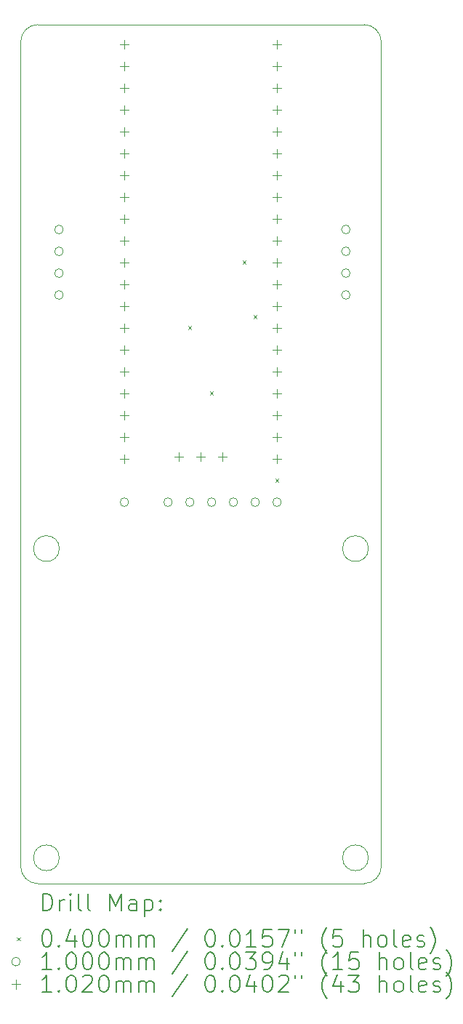
<source format=gbr>
%TF.GenerationSoftware,KiCad,Pcbnew,7.0.6-1.fc38*%
%TF.CreationDate,2023-07-24T16:31:10-04:00*%
%TF.ProjectId,driver-pcb,64726976-6572-42d7-9063-622e6b696361,rev?*%
%TF.SameCoordinates,Original*%
%TF.FileFunction,Drillmap*%
%TF.FilePolarity,Positive*%
%FSLAX45Y45*%
G04 Gerber Fmt 4.5, Leading zero omitted, Abs format (unit mm)*
G04 Created by KiCad (PCBNEW 7.0.6-1.fc38) date 2023-07-24 16:31:10*
%MOMM*%
%LPD*%
G01*
G04 APERTURE LIST*
%ADD10C,0.100000*%
%ADD11C,0.200000*%
%ADD12C,0.040000*%
%ADD13C,0.102000*%
G04 APERTURE END LIST*
D10*
X16000000Y-14600000D02*
G75*
G03*
X16200000Y-14400000I0J200000D01*
G01*
X12000000Y-14400000D02*
G75*
G03*
X12200000Y-14600000I200000J0D01*
G01*
X12200000Y-4600000D02*
G75*
G03*
X12000000Y-4800000I0J-200000D01*
G01*
X16200000Y-4800000D02*
G75*
G03*
X16000000Y-4600000I-200000J0D01*
G01*
X12200000Y-4600000D02*
X16000000Y-4600000D01*
X12000000Y-14400000D02*
X12000000Y-4800000D01*
X16000000Y-14600000D02*
X12200000Y-14600000D01*
X16200000Y-4800000D02*
X16200000Y-14400000D01*
X12450000Y-14300000D02*
G75*
G03*
X12450000Y-14300000I-150000J0D01*
G01*
X16050000Y-14300000D02*
G75*
G03*
X16050000Y-14300000I-150000J0D01*
G01*
X16050000Y-10700000D02*
G75*
G03*
X16050000Y-10700000I-150000J0D01*
G01*
X12450000Y-10700000D02*
G75*
G03*
X12450000Y-10700000I-150000J0D01*
G01*
D11*
D12*
X13950000Y-8108000D02*
X13990000Y-8148000D01*
X13990000Y-8108000D02*
X13950000Y-8148000D01*
X14204000Y-8870000D02*
X14244000Y-8910000D01*
X14244000Y-8870000D02*
X14204000Y-8910000D01*
X14585000Y-7346000D02*
X14625000Y-7386000D01*
X14625000Y-7346000D02*
X14585000Y-7386000D01*
X14712000Y-7981000D02*
X14752000Y-8021000D01*
X14752000Y-7981000D02*
X14712000Y-8021000D01*
X14966000Y-9886000D02*
X15006000Y-9926000D01*
X15006000Y-9886000D02*
X14966000Y-9926000D01*
D10*
X12496000Y-6986000D02*
G75*
G03*
X12496000Y-6986000I-50000J0D01*
G01*
X12496000Y-7240000D02*
G75*
G03*
X12496000Y-7240000I-50000J0D01*
G01*
X12496000Y-7494000D02*
G75*
G03*
X12496000Y-7494000I-50000J0D01*
G01*
X12496000Y-7748000D02*
G75*
G03*
X12496000Y-7748000I-50000J0D01*
G01*
X13258000Y-10160000D02*
G75*
G03*
X13258000Y-10160000I-50000J0D01*
G01*
X13766000Y-10160000D02*
G75*
G03*
X13766000Y-10160000I-50000J0D01*
G01*
X14020000Y-10160000D02*
G75*
G03*
X14020000Y-10160000I-50000J0D01*
G01*
X14274000Y-10160000D02*
G75*
G03*
X14274000Y-10160000I-50000J0D01*
G01*
X14528000Y-10160000D02*
G75*
G03*
X14528000Y-10160000I-50000J0D01*
G01*
X14782000Y-10160000D02*
G75*
G03*
X14782000Y-10160000I-50000J0D01*
G01*
X15036000Y-10160000D02*
G75*
G03*
X15036000Y-10160000I-50000J0D01*
G01*
X15837500Y-6985000D02*
G75*
G03*
X15837500Y-6985000I-50000J0D01*
G01*
X15837500Y-7239000D02*
G75*
G03*
X15837500Y-7239000I-50000J0D01*
G01*
X15837500Y-7493000D02*
G75*
G03*
X15837500Y-7493000I-50000J0D01*
G01*
X15837500Y-7747000D02*
G75*
G03*
X15837500Y-7747000I-50000J0D01*
G01*
D13*
X13208000Y-4775000D02*
X13208000Y-4877000D01*
X13157000Y-4826000D02*
X13259000Y-4826000D01*
X13208000Y-5029000D02*
X13208000Y-5131000D01*
X13157000Y-5080000D02*
X13259000Y-5080000D01*
X13208000Y-5283000D02*
X13208000Y-5385000D01*
X13157000Y-5334000D02*
X13259000Y-5334000D01*
X13208000Y-5537000D02*
X13208000Y-5639000D01*
X13157000Y-5588000D02*
X13259000Y-5588000D01*
X13208000Y-5791000D02*
X13208000Y-5893000D01*
X13157000Y-5842000D02*
X13259000Y-5842000D01*
X13208000Y-6045000D02*
X13208000Y-6147000D01*
X13157000Y-6096000D02*
X13259000Y-6096000D01*
X13208000Y-6299000D02*
X13208000Y-6401000D01*
X13157000Y-6350000D02*
X13259000Y-6350000D01*
X13208000Y-6553000D02*
X13208000Y-6655000D01*
X13157000Y-6604000D02*
X13259000Y-6604000D01*
X13208000Y-6807000D02*
X13208000Y-6909000D01*
X13157000Y-6858000D02*
X13259000Y-6858000D01*
X13208000Y-7061000D02*
X13208000Y-7163000D01*
X13157000Y-7112000D02*
X13259000Y-7112000D01*
X13208000Y-7315000D02*
X13208000Y-7417000D01*
X13157000Y-7366000D02*
X13259000Y-7366000D01*
X13208000Y-7569000D02*
X13208000Y-7671000D01*
X13157000Y-7620000D02*
X13259000Y-7620000D01*
X13208000Y-7823000D02*
X13208000Y-7925000D01*
X13157000Y-7874000D02*
X13259000Y-7874000D01*
X13208000Y-8077000D02*
X13208000Y-8179000D01*
X13157000Y-8128000D02*
X13259000Y-8128000D01*
X13208000Y-8331000D02*
X13208000Y-8433000D01*
X13157000Y-8382000D02*
X13259000Y-8382000D01*
X13208000Y-8585000D02*
X13208000Y-8687000D01*
X13157000Y-8636000D02*
X13259000Y-8636000D01*
X13208000Y-8839000D02*
X13208000Y-8941000D01*
X13157000Y-8890000D02*
X13259000Y-8890000D01*
X13208000Y-9093000D02*
X13208000Y-9195000D01*
X13157000Y-9144000D02*
X13259000Y-9144000D01*
X13208000Y-9347000D02*
X13208000Y-9449000D01*
X13157000Y-9398000D02*
X13259000Y-9398000D01*
X13208000Y-9601000D02*
X13208000Y-9703000D01*
X13157000Y-9652000D02*
X13259000Y-9652000D01*
X13843000Y-9578000D02*
X13843000Y-9680000D01*
X13792000Y-9629000D02*
X13894000Y-9629000D01*
X14097000Y-9578000D02*
X14097000Y-9680000D01*
X14046000Y-9629000D02*
X14148000Y-9629000D01*
X14351000Y-9578000D02*
X14351000Y-9680000D01*
X14300000Y-9629000D02*
X14402000Y-9629000D01*
X14986000Y-4775000D02*
X14986000Y-4877000D01*
X14935000Y-4826000D02*
X15037000Y-4826000D01*
X14986000Y-5029000D02*
X14986000Y-5131000D01*
X14935000Y-5080000D02*
X15037000Y-5080000D01*
X14986000Y-5283000D02*
X14986000Y-5385000D01*
X14935000Y-5334000D02*
X15037000Y-5334000D01*
X14986000Y-5537000D02*
X14986000Y-5639000D01*
X14935000Y-5588000D02*
X15037000Y-5588000D01*
X14986000Y-5791000D02*
X14986000Y-5893000D01*
X14935000Y-5842000D02*
X15037000Y-5842000D01*
X14986000Y-6045000D02*
X14986000Y-6147000D01*
X14935000Y-6096000D02*
X15037000Y-6096000D01*
X14986000Y-6299000D02*
X14986000Y-6401000D01*
X14935000Y-6350000D02*
X15037000Y-6350000D01*
X14986000Y-6553000D02*
X14986000Y-6655000D01*
X14935000Y-6604000D02*
X15037000Y-6604000D01*
X14986000Y-6807000D02*
X14986000Y-6909000D01*
X14935000Y-6858000D02*
X15037000Y-6858000D01*
X14986000Y-7061000D02*
X14986000Y-7163000D01*
X14935000Y-7112000D02*
X15037000Y-7112000D01*
X14986000Y-7315000D02*
X14986000Y-7417000D01*
X14935000Y-7366000D02*
X15037000Y-7366000D01*
X14986000Y-7569000D02*
X14986000Y-7671000D01*
X14935000Y-7620000D02*
X15037000Y-7620000D01*
X14986000Y-7823000D02*
X14986000Y-7925000D01*
X14935000Y-7874000D02*
X15037000Y-7874000D01*
X14986000Y-8077000D02*
X14986000Y-8179000D01*
X14935000Y-8128000D02*
X15037000Y-8128000D01*
X14986000Y-8331000D02*
X14986000Y-8433000D01*
X14935000Y-8382000D02*
X15037000Y-8382000D01*
X14986000Y-8585000D02*
X14986000Y-8687000D01*
X14935000Y-8636000D02*
X15037000Y-8636000D01*
X14986000Y-8839000D02*
X14986000Y-8941000D01*
X14935000Y-8890000D02*
X15037000Y-8890000D01*
X14986000Y-9093000D02*
X14986000Y-9195000D01*
X14935000Y-9144000D02*
X15037000Y-9144000D01*
X14986000Y-9347000D02*
X14986000Y-9449000D01*
X14935000Y-9398000D02*
X15037000Y-9398000D01*
X14986000Y-9601000D02*
X14986000Y-9703000D01*
X14935000Y-9652000D02*
X15037000Y-9652000D01*
D11*
X12255777Y-14916484D02*
X12255777Y-14716484D01*
X12255777Y-14716484D02*
X12303396Y-14716484D01*
X12303396Y-14716484D02*
X12331967Y-14726008D01*
X12331967Y-14726008D02*
X12351015Y-14745055D01*
X12351015Y-14745055D02*
X12360539Y-14764103D01*
X12360539Y-14764103D02*
X12370062Y-14802198D01*
X12370062Y-14802198D02*
X12370062Y-14830769D01*
X12370062Y-14830769D02*
X12360539Y-14868865D01*
X12360539Y-14868865D02*
X12351015Y-14887912D01*
X12351015Y-14887912D02*
X12331967Y-14906960D01*
X12331967Y-14906960D02*
X12303396Y-14916484D01*
X12303396Y-14916484D02*
X12255777Y-14916484D01*
X12455777Y-14916484D02*
X12455777Y-14783150D01*
X12455777Y-14821246D02*
X12465301Y-14802198D01*
X12465301Y-14802198D02*
X12474824Y-14792674D01*
X12474824Y-14792674D02*
X12493872Y-14783150D01*
X12493872Y-14783150D02*
X12512920Y-14783150D01*
X12579586Y-14916484D02*
X12579586Y-14783150D01*
X12579586Y-14716484D02*
X12570062Y-14726008D01*
X12570062Y-14726008D02*
X12579586Y-14735531D01*
X12579586Y-14735531D02*
X12589110Y-14726008D01*
X12589110Y-14726008D02*
X12579586Y-14716484D01*
X12579586Y-14716484D02*
X12579586Y-14735531D01*
X12703396Y-14916484D02*
X12684348Y-14906960D01*
X12684348Y-14906960D02*
X12674824Y-14887912D01*
X12674824Y-14887912D02*
X12674824Y-14716484D01*
X12808158Y-14916484D02*
X12789110Y-14906960D01*
X12789110Y-14906960D02*
X12779586Y-14887912D01*
X12779586Y-14887912D02*
X12779586Y-14716484D01*
X13036729Y-14916484D02*
X13036729Y-14716484D01*
X13036729Y-14716484D02*
X13103396Y-14859341D01*
X13103396Y-14859341D02*
X13170062Y-14716484D01*
X13170062Y-14716484D02*
X13170062Y-14916484D01*
X13351015Y-14916484D02*
X13351015Y-14811722D01*
X13351015Y-14811722D02*
X13341491Y-14792674D01*
X13341491Y-14792674D02*
X13322443Y-14783150D01*
X13322443Y-14783150D02*
X13284348Y-14783150D01*
X13284348Y-14783150D02*
X13265301Y-14792674D01*
X13351015Y-14906960D02*
X13331967Y-14916484D01*
X13331967Y-14916484D02*
X13284348Y-14916484D01*
X13284348Y-14916484D02*
X13265301Y-14906960D01*
X13265301Y-14906960D02*
X13255777Y-14887912D01*
X13255777Y-14887912D02*
X13255777Y-14868865D01*
X13255777Y-14868865D02*
X13265301Y-14849817D01*
X13265301Y-14849817D02*
X13284348Y-14840293D01*
X13284348Y-14840293D02*
X13331967Y-14840293D01*
X13331967Y-14840293D02*
X13351015Y-14830769D01*
X13446253Y-14783150D02*
X13446253Y-14983150D01*
X13446253Y-14792674D02*
X13465301Y-14783150D01*
X13465301Y-14783150D02*
X13503396Y-14783150D01*
X13503396Y-14783150D02*
X13522443Y-14792674D01*
X13522443Y-14792674D02*
X13531967Y-14802198D01*
X13531967Y-14802198D02*
X13541491Y-14821246D01*
X13541491Y-14821246D02*
X13541491Y-14878388D01*
X13541491Y-14878388D02*
X13531967Y-14897436D01*
X13531967Y-14897436D02*
X13522443Y-14906960D01*
X13522443Y-14906960D02*
X13503396Y-14916484D01*
X13503396Y-14916484D02*
X13465301Y-14916484D01*
X13465301Y-14916484D02*
X13446253Y-14906960D01*
X13627205Y-14897436D02*
X13636729Y-14906960D01*
X13636729Y-14906960D02*
X13627205Y-14916484D01*
X13627205Y-14916484D02*
X13617682Y-14906960D01*
X13617682Y-14906960D02*
X13627205Y-14897436D01*
X13627205Y-14897436D02*
X13627205Y-14916484D01*
X13627205Y-14792674D02*
X13636729Y-14802198D01*
X13636729Y-14802198D02*
X13627205Y-14811722D01*
X13627205Y-14811722D02*
X13617682Y-14802198D01*
X13617682Y-14802198D02*
X13627205Y-14792674D01*
X13627205Y-14792674D02*
X13627205Y-14811722D01*
D12*
X11955000Y-15225000D02*
X11995000Y-15265000D01*
X11995000Y-15225000D02*
X11955000Y-15265000D01*
D11*
X12293872Y-15136484D02*
X12312920Y-15136484D01*
X12312920Y-15136484D02*
X12331967Y-15146008D01*
X12331967Y-15146008D02*
X12341491Y-15155531D01*
X12341491Y-15155531D02*
X12351015Y-15174579D01*
X12351015Y-15174579D02*
X12360539Y-15212674D01*
X12360539Y-15212674D02*
X12360539Y-15260293D01*
X12360539Y-15260293D02*
X12351015Y-15298388D01*
X12351015Y-15298388D02*
X12341491Y-15317436D01*
X12341491Y-15317436D02*
X12331967Y-15326960D01*
X12331967Y-15326960D02*
X12312920Y-15336484D01*
X12312920Y-15336484D02*
X12293872Y-15336484D01*
X12293872Y-15336484D02*
X12274824Y-15326960D01*
X12274824Y-15326960D02*
X12265301Y-15317436D01*
X12265301Y-15317436D02*
X12255777Y-15298388D01*
X12255777Y-15298388D02*
X12246253Y-15260293D01*
X12246253Y-15260293D02*
X12246253Y-15212674D01*
X12246253Y-15212674D02*
X12255777Y-15174579D01*
X12255777Y-15174579D02*
X12265301Y-15155531D01*
X12265301Y-15155531D02*
X12274824Y-15146008D01*
X12274824Y-15146008D02*
X12293872Y-15136484D01*
X12446253Y-15317436D02*
X12455777Y-15326960D01*
X12455777Y-15326960D02*
X12446253Y-15336484D01*
X12446253Y-15336484D02*
X12436729Y-15326960D01*
X12436729Y-15326960D02*
X12446253Y-15317436D01*
X12446253Y-15317436D02*
X12446253Y-15336484D01*
X12627205Y-15203150D02*
X12627205Y-15336484D01*
X12579586Y-15126960D02*
X12531967Y-15269817D01*
X12531967Y-15269817D02*
X12655777Y-15269817D01*
X12770062Y-15136484D02*
X12789110Y-15136484D01*
X12789110Y-15136484D02*
X12808158Y-15146008D01*
X12808158Y-15146008D02*
X12817682Y-15155531D01*
X12817682Y-15155531D02*
X12827205Y-15174579D01*
X12827205Y-15174579D02*
X12836729Y-15212674D01*
X12836729Y-15212674D02*
X12836729Y-15260293D01*
X12836729Y-15260293D02*
X12827205Y-15298388D01*
X12827205Y-15298388D02*
X12817682Y-15317436D01*
X12817682Y-15317436D02*
X12808158Y-15326960D01*
X12808158Y-15326960D02*
X12789110Y-15336484D01*
X12789110Y-15336484D02*
X12770062Y-15336484D01*
X12770062Y-15336484D02*
X12751015Y-15326960D01*
X12751015Y-15326960D02*
X12741491Y-15317436D01*
X12741491Y-15317436D02*
X12731967Y-15298388D01*
X12731967Y-15298388D02*
X12722443Y-15260293D01*
X12722443Y-15260293D02*
X12722443Y-15212674D01*
X12722443Y-15212674D02*
X12731967Y-15174579D01*
X12731967Y-15174579D02*
X12741491Y-15155531D01*
X12741491Y-15155531D02*
X12751015Y-15146008D01*
X12751015Y-15146008D02*
X12770062Y-15136484D01*
X12960539Y-15136484D02*
X12979586Y-15136484D01*
X12979586Y-15136484D02*
X12998634Y-15146008D01*
X12998634Y-15146008D02*
X13008158Y-15155531D01*
X13008158Y-15155531D02*
X13017682Y-15174579D01*
X13017682Y-15174579D02*
X13027205Y-15212674D01*
X13027205Y-15212674D02*
X13027205Y-15260293D01*
X13027205Y-15260293D02*
X13017682Y-15298388D01*
X13017682Y-15298388D02*
X13008158Y-15317436D01*
X13008158Y-15317436D02*
X12998634Y-15326960D01*
X12998634Y-15326960D02*
X12979586Y-15336484D01*
X12979586Y-15336484D02*
X12960539Y-15336484D01*
X12960539Y-15336484D02*
X12941491Y-15326960D01*
X12941491Y-15326960D02*
X12931967Y-15317436D01*
X12931967Y-15317436D02*
X12922443Y-15298388D01*
X12922443Y-15298388D02*
X12912920Y-15260293D01*
X12912920Y-15260293D02*
X12912920Y-15212674D01*
X12912920Y-15212674D02*
X12922443Y-15174579D01*
X12922443Y-15174579D02*
X12931967Y-15155531D01*
X12931967Y-15155531D02*
X12941491Y-15146008D01*
X12941491Y-15146008D02*
X12960539Y-15136484D01*
X13112920Y-15336484D02*
X13112920Y-15203150D01*
X13112920Y-15222198D02*
X13122443Y-15212674D01*
X13122443Y-15212674D02*
X13141491Y-15203150D01*
X13141491Y-15203150D02*
X13170063Y-15203150D01*
X13170063Y-15203150D02*
X13189110Y-15212674D01*
X13189110Y-15212674D02*
X13198634Y-15231722D01*
X13198634Y-15231722D02*
X13198634Y-15336484D01*
X13198634Y-15231722D02*
X13208158Y-15212674D01*
X13208158Y-15212674D02*
X13227205Y-15203150D01*
X13227205Y-15203150D02*
X13255777Y-15203150D01*
X13255777Y-15203150D02*
X13274824Y-15212674D01*
X13274824Y-15212674D02*
X13284348Y-15231722D01*
X13284348Y-15231722D02*
X13284348Y-15336484D01*
X13379586Y-15336484D02*
X13379586Y-15203150D01*
X13379586Y-15222198D02*
X13389110Y-15212674D01*
X13389110Y-15212674D02*
X13408158Y-15203150D01*
X13408158Y-15203150D02*
X13436729Y-15203150D01*
X13436729Y-15203150D02*
X13455777Y-15212674D01*
X13455777Y-15212674D02*
X13465301Y-15231722D01*
X13465301Y-15231722D02*
X13465301Y-15336484D01*
X13465301Y-15231722D02*
X13474824Y-15212674D01*
X13474824Y-15212674D02*
X13493872Y-15203150D01*
X13493872Y-15203150D02*
X13522443Y-15203150D01*
X13522443Y-15203150D02*
X13541491Y-15212674D01*
X13541491Y-15212674D02*
X13551015Y-15231722D01*
X13551015Y-15231722D02*
X13551015Y-15336484D01*
X13941491Y-15126960D02*
X13770063Y-15384103D01*
X14198634Y-15136484D02*
X14217682Y-15136484D01*
X14217682Y-15136484D02*
X14236729Y-15146008D01*
X14236729Y-15146008D02*
X14246253Y-15155531D01*
X14246253Y-15155531D02*
X14255777Y-15174579D01*
X14255777Y-15174579D02*
X14265301Y-15212674D01*
X14265301Y-15212674D02*
X14265301Y-15260293D01*
X14265301Y-15260293D02*
X14255777Y-15298388D01*
X14255777Y-15298388D02*
X14246253Y-15317436D01*
X14246253Y-15317436D02*
X14236729Y-15326960D01*
X14236729Y-15326960D02*
X14217682Y-15336484D01*
X14217682Y-15336484D02*
X14198634Y-15336484D01*
X14198634Y-15336484D02*
X14179586Y-15326960D01*
X14179586Y-15326960D02*
X14170063Y-15317436D01*
X14170063Y-15317436D02*
X14160539Y-15298388D01*
X14160539Y-15298388D02*
X14151015Y-15260293D01*
X14151015Y-15260293D02*
X14151015Y-15212674D01*
X14151015Y-15212674D02*
X14160539Y-15174579D01*
X14160539Y-15174579D02*
X14170063Y-15155531D01*
X14170063Y-15155531D02*
X14179586Y-15146008D01*
X14179586Y-15146008D02*
X14198634Y-15136484D01*
X14351015Y-15317436D02*
X14360539Y-15326960D01*
X14360539Y-15326960D02*
X14351015Y-15336484D01*
X14351015Y-15336484D02*
X14341491Y-15326960D01*
X14341491Y-15326960D02*
X14351015Y-15317436D01*
X14351015Y-15317436D02*
X14351015Y-15336484D01*
X14484348Y-15136484D02*
X14503396Y-15136484D01*
X14503396Y-15136484D02*
X14522444Y-15146008D01*
X14522444Y-15146008D02*
X14531967Y-15155531D01*
X14531967Y-15155531D02*
X14541491Y-15174579D01*
X14541491Y-15174579D02*
X14551015Y-15212674D01*
X14551015Y-15212674D02*
X14551015Y-15260293D01*
X14551015Y-15260293D02*
X14541491Y-15298388D01*
X14541491Y-15298388D02*
X14531967Y-15317436D01*
X14531967Y-15317436D02*
X14522444Y-15326960D01*
X14522444Y-15326960D02*
X14503396Y-15336484D01*
X14503396Y-15336484D02*
X14484348Y-15336484D01*
X14484348Y-15336484D02*
X14465301Y-15326960D01*
X14465301Y-15326960D02*
X14455777Y-15317436D01*
X14455777Y-15317436D02*
X14446253Y-15298388D01*
X14446253Y-15298388D02*
X14436729Y-15260293D01*
X14436729Y-15260293D02*
X14436729Y-15212674D01*
X14436729Y-15212674D02*
X14446253Y-15174579D01*
X14446253Y-15174579D02*
X14455777Y-15155531D01*
X14455777Y-15155531D02*
X14465301Y-15146008D01*
X14465301Y-15146008D02*
X14484348Y-15136484D01*
X14741491Y-15336484D02*
X14627206Y-15336484D01*
X14684348Y-15336484D02*
X14684348Y-15136484D01*
X14684348Y-15136484D02*
X14665301Y-15165055D01*
X14665301Y-15165055D02*
X14646253Y-15184103D01*
X14646253Y-15184103D02*
X14627206Y-15193627D01*
X14922444Y-15136484D02*
X14827206Y-15136484D01*
X14827206Y-15136484D02*
X14817682Y-15231722D01*
X14817682Y-15231722D02*
X14827206Y-15222198D01*
X14827206Y-15222198D02*
X14846253Y-15212674D01*
X14846253Y-15212674D02*
X14893872Y-15212674D01*
X14893872Y-15212674D02*
X14912920Y-15222198D01*
X14912920Y-15222198D02*
X14922444Y-15231722D01*
X14922444Y-15231722D02*
X14931967Y-15250769D01*
X14931967Y-15250769D02*
X14931967Y-15298388D01*
X14931967Y-15298388D02*
X14922444Y-15317436D01*
X14922444Y-15317436D02*
X14912920Y-15326960D01*
X14912920Y-15326960D02*
X14893872Y-15336484D01*
X14893872Y-15336484D02*
X14846253Y-15336484D01*
X14846253Y-15336484D02*
X14827206Y-15326960D01*
X14827206Y-15326960D02*
X14817682Y-15317436D01*
X14998634Y-15136484D02*
X15131967Y-15136484D01*
X15131967Y-15136484D02*
X15046253Y-15336484D01*
X15198634Y-15136484D02*
X15198634Y-15174579D01*
X15274825Y-15136484D02*
X15274825Y-15174579D01*
X15570063Y-15412674D02*
X15560539Y-15403150D01*
X15560539Y-15403150D02*
X15541491Y-15374579D01*
X15541491Y-15374579D02*
X15531968Y-15355531D01*
X15531968Y-15355531D02*
X15522444Y-15326960D01*
X15522444Y-15326960D02*
X15512920Y-15279341D01*
X15512920Y-15279341D02*
X15512920Y-15241246D01*
X15512920Y-15241246D02*
X15522444Y-15193627D01*
X15522444Y-15193627D02*
X15531968Y-15165055D01*
X15531968Y-15165055D02*
X15541491Y-15146008D01*
X15541491Y-15146008D02*
X15560539Y-15117436D01*
X15560539Y-15117436D02*
X15570063Y-15107912D01*
X15741491Y-15136484D02*
X15646253Y-15136484D01*
X15646253Y-15136484D02*
X15636729Y-15231722D01*
X15636729Y-15231722D02*
X15646253Y-15222198D01*
X15646253Y-15222198D02*
X15665301Y-15212674D01*
X15665301Y-15212674D02*
X15712920Y-15212674D01*
X15712920Y-15212674D02*
X15731968Y-15222198D01*
X15731968Y-15222198D02*
X15741491Y-15231722D01*
X15741491Y-15231722D02*
X15751015Y-15250769D01*
X15751015Y-15250769D02*
X15751015Y-15298388D01*
X15751015Y-15298388D02*
X15741491Y-15317436D01*
X15741491Y-15317436D02*
X15731968Y-15326960D01*
X15731968Y-15326960D02*
X15712920Y-15336484D01*
X15712920Y-15336484D02*
X15665301Y-15336484D01*
X15665301Y-15336484D02*
X15646253Y-15326960D01*
X15646253Y-15326960D02*
X15636729Y-15317436D01*
X15989110Y-15336484D02*
X15989110Y-15136484D01*
X16074825Y-15336484D02*
X16074825Y-15231722D01*
X16074825Y-15231722D02*
X16065301Y-15212674D01*
X16065301Y-15212674D02*
X16046253Y-15203150D01*
X16046253Y-15203150D02*
X16017682Y-15203150D01*
X16017682Y-15203150D02*
X15998634Y-15212674D01*
X15998634Y-15212674D02*
X15989110Y-15222198D01*
X16198634Y-15336484D02*
X16179587Y-15326960D01*
X16179587Y-15326960D02*
X16170063Y-15317436D01*
X16170063Y-15317436D02*
X16160539Y-15298388D01*
X16160539Y-15298388D02*
X16160539Y-15241246D01*
X16160539Y-15241246D02*
X16170063Y-15222198D01*
X16170063Y-15222198D02*
X16179587Y-15212674D01*
X16179587Y-15212674D02*
X16198634Y-15203150D01*
X16198634Y-15203150D02*
X16227206Y-15203150D01*
X16227206Y-15203150D02*
X16246253Y-15212674D01*
X16246253Y-15212674D02*
X16255777Y-15222198D01*
X16255777Y-15222198D02*
X16265301Y-15241246D01*
X16265301Y-15241246D02*
X16265301Y-15298388D01*
X16265301Y-15298388D02*
X16255777Y-15317436D01*
X16255777Y-15317436D02*
X16246253Y-15326960D01*
X16246253Y-15326960D02*
X16227206Y-15336484D01*
X16227206Y-15336484D02*
X16198634Y-15336484D01*
X16379587Y-15336484D02*
X16360539Y-15326960D01*
X16360539Y-15326960D02*
X16351015Y-15307912D01*
X16351015Y-15307912D02*
X16351015Y-15136484D01*
X16531968Y-15326960D02*
X16512920Y-15336484D01*
X16512920Y-15336484D02*
X16474825Y-15336484D01*
X16474825Y-15336484D02*
X16455777Y-15326960D01*
X16455777Y-15326960D02*
X16446253Y-15307912D01*
X16446253Y-15307912D02*
X16446253Y-15231722D01*
X16446253Y-15231722D02*
X16455777Y-15212674D01*
X16455777Y-15212674D02*
X16474825Y-15203150D01*
X16474825Y-15203150D02*
X16512920Y-15203150D01*
X16512920Y-15203150D02*
X16531968Y-15212674D01*
X16531968Y-15212674D02*
X16541491Y-15231722D01*
X16541491Y-15231722D02*
X16541491Y-15250769D01*
X16541491Y-15250769D02*
X16446253Y-15269817D01*
X16617682Y-15326960D02*
X16636730Y-15336484D01*
X16636730Y-15336484D02*
X16674825Y-15336484D01*
X16674825Y-15336484D02*
X16693872Y-15326960D01*
X16693872Y-15326960D02*
X16703396Y-15307912D01*
X16703396Y-15307912D02*
X16703396Y-15298388D01*
X16703396Y-15298388D02*
X16693872Y-15279341D01*
X16693872Y-15279341D02*
X16674825Y-15269817D01*
X16674825Y-15269817D02*
X16646253Y-15269817D01*
X16646253Y-15269817D02*
X16627206Y-15260293D01*
X16627206Y-15260293D02*
X16617682Y-15241246D01*
X16617682Y-15241246D02*
X16617682Y-15231722D01*
X16617682Y-15231722D02*
X16627206Y-15212674D01*
X16627206Y-15212674D02*
X16646253Y-15203150D01*
X16646253Y-15203150D02*
X16674825Y-15203150D01*
X16674825Y-15203150D02*
X16693872Y-15212674D01*
X16770063Y-15412674D02*
X16779587Y-15403150D01*
X16779587Y-15403150D02*
X16798634Y-15374579D01*
X16798634Y-15374579D02*
X16808158Y-15355531D01*
X16808158Y-15355531D02*
X16817682Y-15326960D01*
X16817682Y-15326960D02*
X16827206Y-15279341D01*
X16827206Y-15279341D02*
X16827206Y-15241246D01*
X16827206Y-15241246D02*
X16817682Y-15193627D01*
X16817682Y-15193627D02*
X16808158Y-15165055D01*
X16808158Y-15165055D02*
X16798634Y-15146008D01*
X16798634Y-15146008D02*
X16779587Y-15117436D01*
X16779587Y-15117436D02*
X16770063Y-15107912D01*
D10*
X11995000Y-15509000D02*
G75*
G03*
X11995000Y-15509000I-50000J0D01*
G01*
D11*
X12360539Y-15600484D02*
X12246253Y-15600484D01*
X12303396Y-15600484D02*
X12303396Y-15400484D01*
X12303396Y-15400484D02*
X12284348Y-15429055D01*
X12284348Y-15429055D02*
X12265301Y-15448103D01*
X12265301Y-15448103D02*
X12246253Y-15457627D01*
X12446253Y-15581436D02*
X12455777Y-15590960D01*
X12455777Y-15590960D02*
X12446253Y-15600484D01*
X12446253Y-15600484D02*
X12436729Y-15590960D01*
X12436729Y-15590960D02*
X12446253Y-15581436D01*
X12446253Y-15581436D02*
X12446253Y-15600484D01*
X12579586Y-15400484D02*
X12598634Y-15400484D01*
X12598634Y-15400484D02*
X12617682Y-15410008D01*
X12617682Y-15410008D02*
X12627205Y-15419531D01*
X12627205Y-15419531D02*
X12636729Y-15438579D01*
X12636729Y-15438579D02*
X12646253Y-15476674D01*
X12646253Y-15476674D02*
X12646253Y-15524293D01*
X12646253Y-15524293D02*
X12636729Y-15562388D01*
X12636729Y-15562388D02*
X12627205Y-15581436D01*
X12627205Y-15581436D02*
X12617682Y-15590960D01*
X12617682Y-15590960D02*
X12598634Y-15600484D01*
X12598634Y-15600484D02*
X12579586Y-15600484D01*
X12579586Y-15600484D02*
X12560539Y-15590960D01*
X12560539Y-15590960D02*
X12551015Y-15581436D01*
X12551015Y-15581436D02*
X12541491Y-15562388D01*
X12541491Y-15562388D02*
X12531967Y-15524293D01*
X12531967Y-15524293D02*
X12531967Y-15476674D01*
X12531967Y-15476674D02*
X12541491Y-15438579D01*
X12541491Y-15438579D02*
X12551015Y-15419531D01*
X12551015Y-15419531D02*
X12560539Y-15410008D01*
X12560539Y-15410008D02*
X12579586Y-15400484D01*
X12770062Y-15400484D02*
X12789110Y-15400484D01*
X12789110Y-15400484D02*
X12808158Y-15410008D01*
X12808158Y-15410008D02*
X12817682Y-15419531D01*
X12817682Y-15419531D02*
X12827205Y-15438579D01*
X12827205Y-15438579D02*
X12836729Y-15476674D01*
X12836729Y-15476674D02*
X12836729Y-15524293D01*
X12836729Y-15524293D02*
X12827205Y-15562388D01*
X12827205Y-15562388D02*
X12817682Y-15581436D01*
X12817682Y-15581436D02*
X12808158Y-15590960D01*
X12808158Y-15590960D02*
X12789110Y-15600484D01*
X12789110Y-15600484D02*
X12770062Y-15600484D01*
X12770062Y-15600484D02*
X12751015Y-15590960D01*
X12751015Y-15590960D02*
X12741491Y-15581436D01*
X12741491Y-15581436D02*
X12731967Y-15562388D01*
X12731967Y-15562388D02*
X12722443Y-15524293D01*
X12722443Y-15524293D02*
X12722443Y-15476674D01*
X12722443Y-15476674D02*
X12731967Y-15438579D01*
X12731967Y-15438579D02*
X12741491Y-15419531D01*
X12741491Y-15419531D02*
X12751015Y-15410008D01*
X12751015Y-15410008D02*
X12770062Y-15400484D01*
X12960539Y-15400484D02*
X12979586Y-15400484D01*
X12979586Y-15400484D02*
X12998634Y-15410008D01*
X12998634Y-15410008D02*
X13008158Y-15419531D01*
X13008158Y-15419531D02*
X13017682Y-15438579D01*
X13017682Y-15438579D02*
X13027205Y-15476674D01*
X13027205Y-15476674D02*
X13027205Y-15524293D01*
X13027205Y-15524293D02*
X13017682Y-15562388D01*
X13017682Y-15562388D02*
X13008158Y-15581436D01*
X13008158Y-15581436D02*
X12998634Y-15590960D01*
X12998634Y-15590960D02*
X12979586Y-15600484D01*
X12979586Y-15600484D02*
X12960539Y-15600484D01*
X12960539Y-15600484D02*
X12941491Y-15590960D01*
X12941491Y-15590960D02*
X12931967Y-15581436D01*
X12931967Y-15581436D02*
X12922443Y-15562388D01*
X12922443Y-15562388D02*
X12912920Y-15524293D01*
X12912920Y-15524293D02*
X12912920Y-15476674D01*
X12912920Y-15476674D02*
X12922443Y-15438579D01*
X12922443Y-15438579D02*
X12931967Y-15419531D01*
X12931967Y-15419531D02*
X12941491Y-15410008D01*
X12941491Y-15410008D02*
X12960539Y-15400484D01*
X13112920Y-15600484D02*
X13112920Y-15467150D01*
X13112920Y-15486198D02*
X13122443Y-15476674D01*
X13122443Y-15476674D02*
X13141491Y-15467150D01*
X13141491Y-15467150D02*
X13170063Y-15467150D01*
X13170063Y-15467150D02*
X13189110Y-15476674D01*
X13189110Y-15476674D02*
X13198634Y-15495722D01*
X13198634Y-15495722D02*
X13198634Y-15600484D01*
X13198634Y-15495722D02*
X13208158Y-15476674D01*
X13208158Y-15476674D02*
X13227205Y-15467150D01*
X13227205Y-15467150D02*
X13255777Y-15467150D01*
X13255777Y-15467150D02*
X13274824Y-15476674D01*
X13274824Y-15476674D02*
X13284348Y-15495722D01*
X13284348Y-15495722D02*
X13284348Y-15600484D01*
X13379586Y-15600484D02*
X13379586Y-15467150D01*
X13379586Y-15486198D02*
X13389110Y-15476674D01*
X13389110Y-15476674D02*
X13408158Y-15467150D01*
X13408158Y-15467150D02*
X13436729Y-15467150D01*
X13436729Y-15467150D02*
X13455777Y-15476674D01*
X13455777Y-15476674D02*
X13465301Y-15495722D01*
X13465301Y-15495722D02*
X13465301Y-15600484D01*
X13465301Y-15495722D02*
X13474824Y-15476674D01*
X13474824Y-15476674D02*
X13493872Y-15467150D01*
X13493872Y-15467150D02*
X13522443Y-15467150D01*
X13522443Y-15467150D02*
X13541491Y-15476674D01*
X13541491Y-15476674D02*
X13551015Y-15495722D01*
X13551015Y-15495722D02*
X13551015Y-15600484D01*
X13941491Y-15390960D02*
X13770063Y-15648103D01*
X14198634Y-15400484D02*
X14217682Y-15400484D01*
X14217682Y-15400484D02*
X14236729Y-15410008D01*
X14236729Y-15410008D02*
X14246253Y-15419531D01*
X14246253Y-15419531D02*
X14255777Y-15438579D01*
X14255777Y-15438579D02*
X14265301Y-15476674D01*
X14265301Y-15476674D02*
X14265301Y-15524293D01*
X14265301Y-15524293D02*
X14255777Y-15562388D01*
X14255777Y-15562388D02*
X14246253Y-15581436D01*
X14246253Y-15581436D02*
X14236729Y-15590960D01*
X14236729Y-15590960D02*
X14217682Y-15600484D01*
X14217682Y-15600484D02*
X14198634Y-15600484D01*
X14198634Y-15600484D02*
X14179586Y-15590960D01*
X14179586Y-15590960D02*
X14170063Y-15581436D01*
X14170063Y-15581436D02*
X14160539Y-15562388D01*
X14160539Y-15562388D02*
X14151015Y-15524293D01*
X14151015Y-15524293D02*
X14151015Y-15476674D01*
X14151015Y-15476674D02*
X14160539Y-15438579D01*
X14160539Y-15438579D02*
X14170063Y-15419531D01*
X14170063Y-15419531D02*
X14179586Y-15410008D01*
X14179586Y-15410008D02*
X14198634Y-15400484D01*
X14351015Y-15581436D02*
X14360539Y-15590960D01*
X14360539Y-15590960D02*
X14351015Y-15600484D01*
X14351015Y-15600484D02*
X14341491Y-15590960D01*
X14341491Y-15590960D02*
X14351015Y-15581436D01*
X14351015Y-15581436D02*
X14351015Y-15600484D01*
X14484348Y-15400484D02*
X14503396Y-15400484D01*
X14503396Y-15400484D02*
X14522444Y-15410008D01*
X14522444Y-15410008D02*
X14531967Y-15419531D01*
X14531967Y-15419531D02*
X14541491Y-15438579D01*
X14541491Y-15438579D02*
X14551015Y-15476674D01*
X14551015Y-15476674D02*
X14551015Y-15524293D01*
X14551015Y-15524293D02*
X14541491Y-15562388D01*
X14541491Y-15562388D02*
X14531967Y-15581436D01*
X14531967Y-15581436D02*
X14522444Y-15590960D01*
X14522444Y-15590960D02*
X14503396Y-15600484D01*
X14503396Y-15600484D02*
X14484348Y-15600484D01*
X14484348Y-15600484D02*
X14465301Y-15590960D01*
X14465301Y-15590960D02*
X14455777Y-15581436D01*
X14455777Y-15581436D02*
X14446253Y-15562388D01*
X14446253Y-15562388D02*
X14436729Y-15524293D01*
X14436729Y-15524293D02*
X14436729Y-15476674D01*
X14436729Y-15476674D02*
X14446253Y-15438579D01*
X14446253Y-15438579D02*
X14455777Y-15419531D01*
X14455777Y-15419531D02*
X14465301Y-15410008D01*
X14465301Y-15410008D02*
X14484348Y-15400484D01*
X14617682Y-15400484D02*
X14741491Y-15400484D01*
X14741491Y-15400484D02*
X14674825Y-15476674D01*
X14674825Y-15476674D02*
X14703396Y-15476674D01*
X14703396Y-15476674D02*
X14722444Y-15486198D01*
X14722444Y-15486198D02*
X14731967Y-15495722D01*
X14731967Y-15495722D02*
X14741491Y-15514769D01*
X14741491Y-15514769D02*
X14741491Y-15562388D01*
X14741491Y-15562388D02*
X14731967Y-15581436D01*
X14731967Y-15581436D02*
X14722444Y-15590960D01*
X14722444Y-15590960D02*
X14703396Y-15600484D01*
X14703396Y-15600484D02*
X14646253Y-15600484D01*
X14646253Y-15600484D02*
X14627206Y-15590960D01*
X14627206Y-15590960D02*
X14617682Y-15581436D01*
X14836729Y-15600484D02*
X14874825Y-15600484D01*
X14874825Y-15600484D02*
X14893872Y-15590960D01*
X14893872Y-15590960D02*
X14903396Y-15581436D01*
X14903396Y-15581436D02*
X14922444Y-15552865D01*
X14922444Y-15552865D02*
X14931967Y-15514769D01*
X14931967Y-15514769D02*
X14931967Y-15438579D01*
X14931967Y-15438579D02*
X14922444Y-15419531D01*
X14922444Y-15419531D02*
X14912920Y-15410008D01*
X14912920Y-15410008D02*
X14893872Y-15400484D01*
X14893872Y-15400484D02*
X14855777Y-15400484D01*
X14855777Y-15400484D02*
X14836729Y-15410008D01*
X14836729Y-15410008D02*
X14827206Y-15419531D01*
X14827206Y-15419531D02*
X14817682Y-15438579D01*
X14817682Y-15438579D02*
X14817682Y-15486198D01*
X14817682Y-15486198D02*
X14827206Y-15505246D01*
X14827206Y-15505246D02*
X14836729Y-15514769D01*
X14836729Y-15514769D02*
X14855777Y-15524293D01*
X14855777Y-15524293D02*
X14893872Y-15524293D01*
X14893872Y-15524293D02*
X14912920Y-15514769D01*
X14912920Y-15514769D02*
X14922444Y-15505246D01*
X14922444Y-15505246D02*
X14931967Y-15486198D01*
X15103396Y-15467150D02*
X15103396Y-15600484D01*
X15055777Y-15390960D02*
X15008158Y-15533817D01*
X15008158Y-15533817D02*
X15131967Y-15533817D01*
X15198634Y-15400484D02*
X15198634Y-15438579D01*
X15274825Y-15400484D02*
X15274825Y-15438579D01*
X15570063Y-15676674D02*
X15560539Y-15667150D01*
X15560539Y-15667150D02*
X15541491Y-15638579D01*
X15541491Y-15638579D02*
X15531968Y-15619531D01*
X15531968Y-15619531D02*
X15522444Y-15590960D01*
X15522444Y-15590960D02*
X15512920Y-15543341D01*
X15512920Y-15543341D02*
X15512920Y-15505246D01*
X15512920Y-15505246D02*
X15522444Y-15457627D01*
X15522444Y-15457627D02*
X15531968Y-15429055D01*
X15531968Y-15429055D02*
X15541491Y-15410008D01*
X15541491Y-15410008D02*
X15560539Y-15381436D01*
X15560539Y-15381436D02*
X15570063Y-15371912D01*
X15751015Y-15600484D02*
X15636729Y-15600484D01*
X15693872Y-15600484D02*
X15693872Y-15400484D01*
X15693872Y-15400484D02*
X15674825Y-15429055D01*
X15674825Y-15429055D02*
X15655777Y-15448103D01*
X15655777Y-15448103D02*
X15636729Y-15457627D01*
X15931968Y-15400484D02*
X15836729Y-15400484D01*
X15836729Y-15400484D02*
X15827206Y-15495722D01*
X15827206Y-15495722D02*
X15836729Y-15486198D01*
X15836729Y-15486198D02*
X15855777Y-15476674D01*
X15855777Y-15476674D02*
X15903396Y-15476674D01*
X15903396Y-15476674D02*
X15922444Y-15486198D01*
X15922444Y-15486198D02*
X15931968Y-15495722D01*
X15931968Y-15495722D02*
X15941491Y-15514769D01*
X15941491Y-15514769D02*
X15941491Y-15562388D01*
X15941491Y-15562388D02*
X15931968Y-15581436D01*
X15931968Y-15581436D02*
X15922444Y-15590960D01*
X15922444Y-15590960D02*
X15903396Y-15600484D01*
X15903396Y-15600484D02*
X15855777Y-15600484D01*
X15855777Y-15600484D02*
X15836729Y-15590960D01*
X15836729Y-15590960D02*
X15827206Y-15581436D01*
X16179587Y-15600484D02*
X16179587Y-15400484D01*
X16265301Y-15600484D02*
X16265301Y-15495722D01*
X16265301Y-15495722D02*
X16255777Y-15476674D01*
X16255777Y-15476674D02*
X16236730Y-15467150D01*
X16236730Y-15467150D02*
X16208158Y-15467150D01*
X16208158Y-15467150D02*
X16189110Y-15476674D01*
X16189110Y-15476674D02*
X16179587Y-15486198D01*
X16389110Y-15600484D02*
X16370063Y-15590960D01*
X16370063Y-15590960D02*
X16360539Y-15581436D01*
X16360539Y-15581436D02*
X16351015Y-15562388D01*
X16351015Y-15562388D02*
X16351015Y-15505246D01*
X16351015Y-15505246D02*
X16360539Y-15486198D01*
X16360539Y-15486198D02*
X16370063Y-15476674D01*
X16370063Y-15476674D02*
X16389110Y-15467150D01*
X16389110Y-15467150D02*
X16417682Y-15467150D01*
X16417682Y-15467150D02*
X16436730Y-15476674D01*
X16436730Y-15476674D02*
X16446253Y-15486198D01*
X16446253Y-15486198D02*
X16455777Y-15505246D01*
X16455777Y-15505246D02*
X16455777Y-15562388D01*
X16455777Y-15562388D02*
X16446253Y-15581436D01*
X16446253Y-15581436D02*
X16436730Y-15590960D01*
X16436730Y-15590960D02*
X16417682Y-15600484D01*
X16417682Y-15600484D02*
X16389110Y-15600484D01*
X16570063Y-15600484D02*
X16551015Y-15590960D01*
X16551015Y-15590960D02*
X16541491Y-15571912D01*
X16541491Y-15571912D02*
X16541491Y-15400484D01*
X16722444Y-15590960D02*
X16703396Y-15600484D01*
X16703396Y-15600484D02*
X16665301Y-15600484D01*
X16665301Y-15600484D02*
X16646253Y-15590960D01*
X16646253Y-15590960D02*
X16636730Y-15571912D01*
X16636730Y-15571912D02*
X16636730Y-15495722D01*
X16636730Y-15495722D02*
X16646253Y-15476674D01*
X16646253Y-15476674D02*
X16665301Y-15467150D01*
X16665301Y-15467150D02*
X16703396Y-15467150D01*
X16703396Y-15467150D02*
X16722444Y-15476674D01*
X16722444Y-15476674D02*
X16731968Y-15495722D01*
X16731968Y-15495722D02*
X16731968Y-15514769D01*
X16731968Y-15514769D02*
X16636730Y-15533817D01*
X16808158Y-15590960D02*
X16827206Y-15600484D01*
X16827206Y-15600484D02*
X16865301Y-15600484D01*
X16865301Y-15600484D02*
X16884349Y-15590960D01*
X16884349Y-15590960D02*
X16893873Y-15571912D01*
X16893873Y-15571912D02*
X16893873Y-15562388D01*
X16893873Y-15562388D02*
X16884349Y-15543341D01*
X16884349Y-15543341D02*
X16865301Y-15533817D01*
X16865301Y-15533817D02*
X16836730Y-15533817D01*
X16836730Y-15533817D02*
X16817682Y-15524293D01*
X16817682Y-15524293D02*
X16808158Y-15505246D01*
X16808158Y-15505246D02*
X16808158Y-15495722D01*
X16808158Y-15495722D02*
X16817682Y-15476674D01*
X16817682Y-15476674D02*
X16836730Y-15467150D01*
X16836730Y-15467150D02*
X16865301Y-15467150D01*
X16865301Y-15467150D02*
X16884349Y-15476674D01*
X16960539Y-15676674D02*
X16970063Y-15667150D01*
X16970063Y-15667150D02*
X16989111Y-15638579D01*
X16989111Y-15638579D02*
X16998634Y-15619531D01*
X16998634Y-15619531D02*
X17008158Y-15590960D01*
X17008158Y-15590960D02*
X17017682Y-15543341D01*
X17017682Y-15543341D02*
X17017682Y-15505246D01*
X17017682Y-15505246D02*
X17008158Y-15457627D01*
X17008158Y-15457627D02*
X16998634Y-15429055D01*
X16998634Y-15429055D02*
X16989111Y-15410008D01*
X16989111Y-15410008D02*
X16970063Y-15381436D01*
X16970063Y-15381436D02*
X16960539Y-15371912D01*
D13*
X11944000Y-15722000D02*
X11944000Y-15824000D01*
X11893000Y-15773000D02*
X11995000Y-15773000D01*
D11*
X12360539Y-15864484D02*
X12246253Y-15864484D01*
X12303396Y-15864484D02*
X12303396Y-15664484D01*
X12303396Y-15664484D02*
X12284348Y-15693055D01*
X12284348Y-15693055D02*
X12265301Y-15712103D01*
X12265301Y-15712103D02*
X12246253Y-15721627D01*
X12446253Y-15845436D02*
X12455777Y-15854960D01*
X12455777Y-15854960D02*
X12446253Y-15864484D01*
X12446253Y-15864484D02*
X12436729Y-15854960D01*
X12436729Y-15854960D02*
X12446253Y-15845436D01*
X12446253Y-15845436D02*
X12446253Y-15864484D01*
X12579586Y-15664484D02*
X12598634Y-15664484D01*
X12598634Y-15664484D02*
X12617682Y-15674008D01*
X12617682Y-15674008D02*
X12627205Y-15683531D01*
X12627205Y-15683531D02*
X12636729Y-15702579D01*
X12636729Y-15702579D02*
X12646253Y-15740674D01*
X12646253Y-15740674D02*
X12646253Y-15788293D01*
X12646253Y-15788293D02*
X12636729Y-15826388D01*
X12636729Y-15826388D02*
X12627205Y-15845436D01*
X12627205Y-15845436D02*
X12617682Y-15854960D01*
X12617682Y-15854960D02*
X12598634Y-15864484D01*
X12598634Y-15864484D02*
X12579586Y-15864484D01*
X12579586Y-15864484D02*
X12560539Y-15854960D01*
X12560539Y-15854960D02*
X12551015Y-15845436D01*
X12551015Y-15845436D02*
X12541491Y-15826388D01*
X12541491Y-15826388D02*
X12531967Y-15788293D01*
X12531967Y-15788293D02*
X12531967Y-15740674D01*
X12531967Y-15740674D02*
X12541491Y-15702579D01*
X12541491Y-15702579D02*
X12551015Y-15683531D01*
X12551015Y-15683531D02*
X12560539Y-15674008D01*
X12560539Y-15674008D02*
X12579586Y-15664484D01*
X12722443Y-15683531D02*
X12731967Y-15674008D01*
X12731967Y-15674008D02*
X12751015Y-15664484D01*
X12751015Y-15664484D02*
X12798634Y-15664484D01*
X12798634Y-15664484D02*
X12817682Y-15674008D01*
X12817682Y-15674008D02*
X12827205Y-15683531D01*
X12827205Y-15683531D02*
X12836729Y-15702579D01*
X12836729Y-15702579D02*
X12836729Y-15721627D01*
X12836729Y-15721627D02*
X12827205Y-15750198D01*
X12827205Y-15750198D02*
X12712920Y-15864484D01*
X12712920Y-15864484D02*
X12836729Y-15864484D01*
X12960539Y-15664484D02*
X12979586Y-15664484D01*
X12979586Y-15664484D02*
X12998634Y-15674008D01*
X12998634Y-15674008D02*
X13008158Y-15683531D01*
X13008158Y-15683531D02*
X13017682Y-15702579D01*
X13017682Y-15702579D02*
X13027205Y-15740674D01*
X13027205Y-15740674D02*
X13027205Y-15788293D01*
X13027205Y-15788293D02*
X13017682Y-15826388D01*
X13017682Y-15826388D02*
X13008158Y-15845436D01*
X13008158Y-15845436D02*
X12998634Y-15854960D01*
X12998634Y-15854960D02*
X12979586Y-15864484D01*
X12979586Y-15864484D02*
X12960539Y-15864484D01*
X12960539Y-15864484D02*
X12941491Y-15854960D01*
X12941491Y-15854960D02*
X12931967Y-15845436D01*
X12931967Y-15845436D02*
X12922443Y-15826388D01*
X12922443Y-15826388D02*
X12912920Y-15788293D01*
X12912920Y-15788293D02*
X12912920Y-15740674D01*
X12912920Y-15740674D02*
X12922443Y-15702579D01*
X12922443Y-15702579D02*
X12931967Y-15683531D01*
X12931967Y-15683531D02*
X12941491Y-15674008D01*
X12941491Y-15674008D02*
X12960539Y-15664484D01*
X13112920Y-15864484D02*
X13112920Y-15731150D01*
X13112920Y-15750198D02*
X13122443Y-15740674D01*
X13122443Y-15740674D02*
X13141491Y-15731150D01*
X13141491Y-15731150D02*
X13170063Y-15731150D01*
X13170063Y-15731150D02*
X13189110Y-15740674D01*
X13189110Y-15740674D02*
X13198634Y-15759722D01*
X13198634Y-15759722D02*
X13198634Y-15864484D01*
X13198634Y-15759722D02*
X13208158Y-15740674D01*
X13208158Y-15740674D02*
X13227205Y-15731150D01*
X13227205Y-15731150D02*
X13255777Y-15731150D01*
X13255777Y-15731150D02*
X13274824Y-15740674D01*
X13274824Y-15740674D02*
X13284348Y-15759722D01*
X13284348Y-15759722D02*
X13284348Y-15864484D01*
X13379586Y-15864484D02*
X13379586Y-15731150D01*
X13379586Y-15750198D02*
X13389110Y-15740674D01*
X13389110Y-15740674D02*
X13408158Y-15731150D01*
X13408158Y-15731150D02*
X13436729Y-15731150D01*
X13436729Y-15731150D02*
X13455777Y-15740674D01*
X13455777Y-15740674D02*
X13465301Y-15759722D01*
X13465301Y-15759722D02*
X13465301Y-15864484D01*
X13465301Y-15759722D02*
X13474824Y-15740674D01*
X13474824Y-15740674D02*
X13493872Y-15731150D01*
X13493872Y-15731150D02*
X13522443Y-15731150D01*
X13522443Y-15731150D02*
X13541491Y-15740674D01*
X13541491Y-15740674D02*
X13551015Y-15759722D01*
X13551015Y-15759722D02*
X13551015Y-15864484D01*
X13941491Y-15654960D02*
X13770063Y-15912103D01*
X14198634Y-15664484D02*
X14217682Y-15664484D01*
X14217682Y-15664484D02*
X14236729Y-15674008D01*
X14236729Y-15674008D02*
X14246253Y-15683531D01*
X14246253Y-15683531D02*
X14255777Y-15702579D01*
X14255777Y-15702579D02*
X14265301Y-15740674D01*
X14265301Y-15740674D02*
X14265301Y-15788293D01*
X14265301Y-15788293D02*
X14255777Y-15826388D01*
X14255777Y-15826388D02*
X14246253Y-15845436D01*
X14246253Y-15845436D02*
X14236729Y-15854960D01*
X14236729Y-15854960D02*
X14217682Y-15864484D01*
X14217682Y-15864484D02*
X14198634Y-15864484D01*
X14198634Y-15864484D02*
X14179586Y-15854960D01*
X14179586Y-15854960D02*
X14170063Y-15845436D01*
X14170063Y-15845436D02*
X14160539Y-15826388D01*
X14160539Y-15826388D02*
X14151015Y-15788293D01*
X14151015Y-15788293D02*
X14151015Y-15740674D01*
X14151015Y-15740674D02*
X14160539Y-15702579D01*
X14160539Y-15702579D02*
X14170063Y-15683531D01*
X14170063Y-15683531D02*
X14179586Y-15674008D01*
X14179586Y-15674008D02*
X14198634Y-15664484D01*
X14351015Y-15845436D02*
X14360539Y-15854960D01*
X14360539Y-15854960D02*
X14351015Y-15864484D01*
X14351015Y-15864484D02*
X14341491Y-15854960D01*
X14341491Y-15854960D02*
X14351015Y-15845436D01*
X14351015Y-15845436D02*
X14351015Y-15864484D01*
X14484348Y-15664484D02*
X14503396Y-15664484D01*
X14503396Y-15664484D02*
X14522444Y-15674008D01*
X14522444Y-15674008D02*
X14531967Y-15683531D01*
X14531967Y-15683531D02*
X14541491Y-15702579D01*
X14541491Y-15702579D02*
X14551015Y-15740674D01*
X14551015Y-15740674D02*
X14551015Y-15788293D01*
X14551015Y-15788293D02*
X14541491Y-15826388D01*
X14541491Y-15826388D02*
X14531967Y-15845436D01*
X14531967Y-15845436D02*
X14522444Y-15854960D01*
X14522444Y-15854960D02*
X14503396Y-15864484D01*
X14503396Y-15864484D02*
X14484348Y-15864484D01*
X14484348Y-15864484D02*
X14465301Y-15854960D01*
X14465301Y-15854960D02*
X14455777Y-15845436D01*
X14455777Y-15845436D02*
X14446253Y-15826388D01*
X14446253Y-15826388D02*
X14436729Y-15788293D01*
X14436729Y-15788293D02*
X14436729Y-15740674D01*
X14436729Y-15740674D02*
X14446253Y-15702579D01*
X14446253Y-15702579D02*
X14455777Y-15683531D01*
X14455777Y-15683531D02*
X14465301Y-15674008D01*
X14465301Y-15674008D02*
X14484348Y-15664484D01*
X14722444Y-15731150D02*
X14722444Y-15864484D01*
X14674825Y-15654960D02*
X14627206Y-15797817D01*
X14627206Y-15797817D02*
X14751015Y-15797817D01*
X14865301Y-15664484D02*
X14884348Y-15664484D01*
X14884348Y-15664484D02*
X14903396Y-15674008D01*
X14903396Y-15674008D02*
X14912920Y-15683531D01*
X14912920Y-15683531D02*
X14922444Y-15702579D01*
X14922444Y-15702579D02*
X14931967Y-15740674D01*
X14931967Y-15740674D02*
X14931967Y-15788293D01*
X14931967Y-15788293D02*
X14922444Y-15826388D01*
X14922444Y-15826388D02*
X14912920Y-15845436D01*
X14912920Y-15845436D02*
X14903396Y-15854960D01*
X14903396Y-15854960D02*
X14884348Y-15864484D01*
X14884348Y-15864484D02*
X14865301Y-15864484D01*
X14865301Y-15864484D02*
X14846253Y-15854960D01*
X14846253Y-15854960D02*
X14836729Y-15845436D01*
X14836729Y-15845436D02*
X14827206Y-15826388D01*
X14827206Y-15826388D02*
X14817682Y-15788293D01*
X14817682Y-15788293D02*
X14817682Y-15740674D01*
X14817682Y-15740674D02*
X14827206Y-15702579D01*
X14827206Y-15702579D02*
X14836729Y-15683531D01*
X14836729Y-15683531D02*
X14846253Y-15674008D01*
X14846253Y-15674008D02*
X14865301Y-15664484D01*
X15008158Y-15683531D02*
X15017682Y-15674008D01*
X15017682Y-15674008D02*
X15036729Y-15664484D01*
X15036729Y-15664484D02*
X15084348Y-15664484D01*
X15084348Y-15664484D02*
X15103396Y-15674008D01*
X15103396Y-15674008D02*
X15112920Y-15683531D01*
X15112920Y-15683531D02*
X15122444Y-15702579D01*
X15122444Y-15702579D02*
X15122444Y-15721627D01*
X15122444Y-15721627D02*
X15112920Y-15750198D01*
X15112920Y-15750198D02*
X14998634Y-15864484D01*
X14998634Y-15864484D02*
X15122444Y-15864484D01*
X15198634Y-15664484D02*
X15198634Y-15702579D01*
X15274825Y-15664484D02*
X15274825Y-15702579D01*
X15570063Y-15940674D02*
X15560539Y-15931150D01*
X15560539Y-15931150D02*
X15541491Y-15902579D01*
X15541491Y-15902579D02*
X15531968Y-15883531D01*
X15531968Y-15883531D02*
X15522444Y-15854960D01*
X15522444Y-15854960D02*
X15512920Y-15807341D01*
X15512920Y-15807341D02*
X15512920Y-15769246D01*
X15512920Y-15769246D02*
X15522444Y-15721627D01*
X15522444Y-15721627D02*
X15531968Y-15693055D01*
X15531968Y-15693055D02*
X15541491Y-15674008D01*
X15541491Y-15674008D02*
X15560539Y-15645436D01*
X15560539Y-15645436D02*
X15570063Y-15635912D01*
X15731968Y-15731150D02*
X15731968Y-15864484D01*
X15684348Y-15654960D02*
X15636729Y-15797817D01*
X15636729Y-15797817D02*
X15760539Y-15797817D01*
X15817682Y-15664484D02*
X15941491Y-15664484D01*
X15941491Y-15664484D02*
X15874825Y-15740674D01*
X15874825Y-15740674D02*
X15903396Y-15740674D01*
X15903396Y-15740674D02*
X15922444Y-15750198D01*
X15922444Y-15750198D02*
X15931968Y-15759722D01*
X15931968Y-15759722D02*
X15941491Y-15778769D01*
X15941491Y-15778769D02*
X15941491Y-15826388D01*
X15941491Y-15826388D02*
X15931968Y-15845436D01*
X15931968Y-15845436D02*
X15922444Y-15854960D01*
X15922444Y-15854960D02*
X15903396Y-15864484D01*
X15903396Y-15864484D02*
X15846253Y-15864484D01*
X15846253Y-15864484D02*
X15827206Y-15854960D01*
X15827206Y-15854960D02*
X15817682Y-15845436D01*
X16179587Y-15864484D02*
X16179587Y-15664484D01*
X16265301Y-15864484D02*
X16265301Y-15759722D01*
X16265301Y-15759722D02*
X16255777Y-15740674D01*
X16255777Y-15740674D02*
X16236730Y-15731150D01*
X16236730Y-15731150D02*
X16208158Y-15731150D01*
X16208158Y-15731150D02*
X16189110Y-15740674D01*
X16189110Y-15740674D02*
X16179587Y-15750198D01*
X16389110Y-15864484D02*
X16370063Y-15854960D01*
X16370063Y-15854960D02*
X16360539Y-15845436D01*
X16360539Y-15845436D02*
X16351015Y-15826388D01*
X16351015Y-15826388D02*
X16351015Y-15769246D01*
X16351015Y-15769246D02*
X16360539Y-15750198D01*
X16360539Y-15750198D02*
X16370063Y-15740674D01*
X16370063Y-15740674D02*
X16389110Y-15731150D01*
X16389110Y-15731150D02*
X16417682Y-15731150D01*
X16417682Y-15731150D02*
X16436730Y-15740674D01*
X16436730Y-15740674D02*
X16446253Y-15750198D01*
X16446253Y-15750198D02*
X16455777Y-15769246D01*
X16455777Y-15769246D02*
X16455777Y-15826388D01*
X16455777Y-15826388D02*
X16446253Y-15845436D01*
X16446253Y-15845436D02*
X16436730Y-15854960D01*
X16436730Y-15854960D02*
X16417682Y-15864484D01*
X16417682Y-15864484D02*
X16389110Y-15864484D01*
X16570063Y-15864484D02*
X16551015Y-15854960D01*
X16551015Y-15854960D02*
X16541491Y-15835912D01*
X16541491Y-15835912D02*
X16541491Y-15664484D01*
X16722444Y-15854960D02*
X16703396Y-15864484D01*
X16703396Y-15864484D02*
X16665301Y-15864484D01*
X16665301Y-15864484D02*
X16646253Y-15854960D01*
X16646253Y-15854960D02*
X16636730Y-15835912D01*
X16636730Y-15835912D02*
X16636730Y-15759722D01*
X16636730Y-15759722D02*
X16646253Y-15740674D01*
X16646253Y-15740674D02*
X16665301Y-15731150D01*
X16665301Y-15731150D02*
X16703396Y-15731150D01*
X16703396Y-15731150D02*
X16722444Y-15740674D01*
X16722444Y-15740674D02*
X16731968Y-15759722D01*
X16731968Y-15759722D02*
X16731968Y-15778769D01*
X16731968Y-15778769D02*
X16636730Y-15797817D01*
X16808158Y-15854960D02*
X16827206Y-15864484D01*
X16827206Y-15864484D02*
X16865301Y-15864484D01*
X16865301Y-15864484D02*
X16884349Y-15854960D01*
X16884349Y-15854960D02*
X16893873Y-15835912D01*
X16893873Y-15835912D02*
X16893873Y-15826388D01*
X16893873Y-15826388D02*
X16884349Y-15807341D01*
X16884349Y-15807341D02*
X16865301Y-15797817D01*
X16865301Y-15797817D02*
X16836730Y-15797817D01*
X16836730Y-15797817D02*
X16817682Y-15788293D01*
X16817682Y-15788293D02*
X16808158Y-15769246D01*
X16808158Y-15769246D02*
X16808158Y-15759722D01*
X16808158Y-15759722D02*
X16817682Y-15740674D01*
X16817682Y-15740674D02*
X16836730Y-15731150D01*
X16836730Y-15731150D02*
X16865301Y-15731150D01*
X16865301Y-15731150D02*
X16884349Y-15740674D01*
X16960539Y-15940674D02*
X16970063Y-15931150D01*
X16970063Y-15931150D02*
X16989111Y-15902579D01*
X16989111Y-15902579D02*
X16998634Y-15883531D01*
X16998634Y-15883531D02*
X17008158Y-15854960D01*
X17008158Y-15854960D02*
X17017682Y-15807341D01*
X17017682Y-15807341D02*
X17017682Y-15769246D01*
X17017682Y-15769246D02*
X17008158Y-15721627D01*
X17008158Y-15721627D02*
X16998634Y-15693055D01*
X16998634Y-15693055D02*
X16989111Y-15674008D01*
X16989111Y-15674008D02*
X16970063Y-15645436D01*
X16970063Y-15645436D02*
X16960539Y-15635912D01*
M02*

</source>
